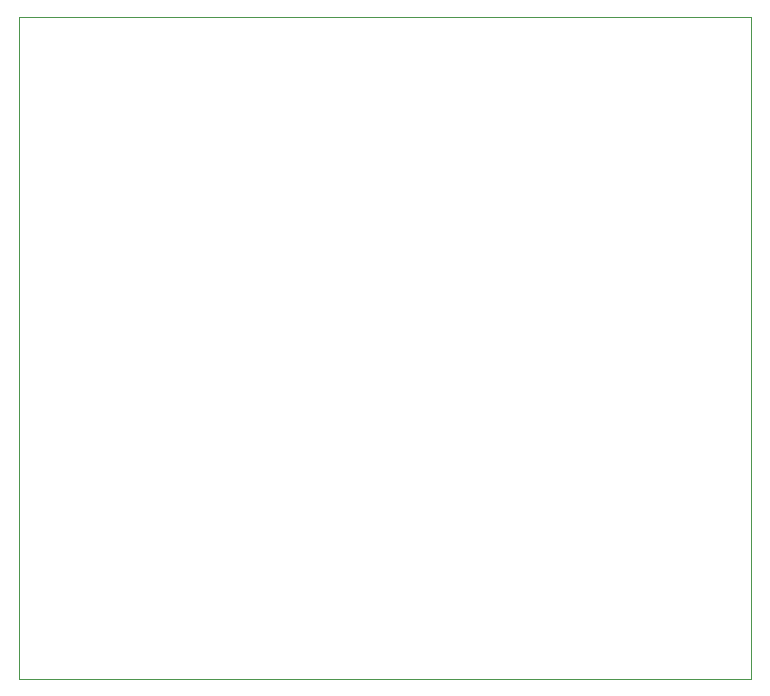
<source format=gbr>
%TF.GenerationSoftware,KiCad,Pcbnew,(6.0.11)*%
%TF.CreationDate,2023-01-31T16:53:48+00:00*%
%TF.ProjectId,Quilter,5175696c-7465-4722-9e6b-696361645f70,rev?*%
%TF.SameCoordinates,Original*%
%TF.FileFunction,Profile,NP*%
%FSLAX46Y46*%
G04 Gerber Fmt 4.6, Leading zero omitted, Abs format (unit mm)*
G04 Created by KiCad (PCBNEW (6.0.11)) date 2023-01-31 16:53:48*
%MOMM*%
%LPD*%
G01*
G04 APERTURE LIST*
%TA.AperFunction,Profile*%
%ADD10C,0.100000*%
%TD*%
G04 APERTURE END LIST*
D10*
X38000000Y-40000000D02*
X100000000Y-40000000D01*
X100000000Y-40000000D02*
X100000000Y-96000000D01*
X100000000Y-96000000D02*
X38000000Y-96000000D01*
X38000000Y-96000000D02*
X38000000Y-40000000D01*
M02*

</source>
